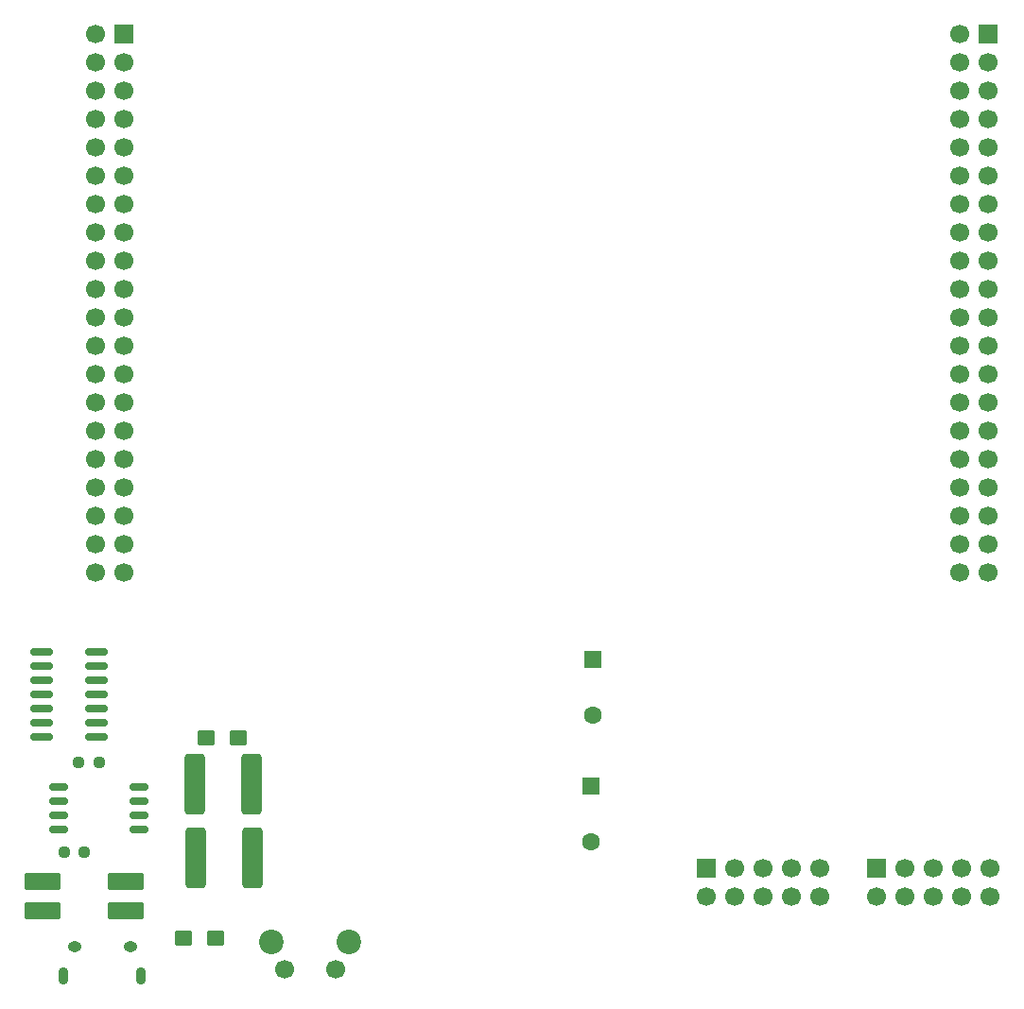
<source format=gbr>
%TF.GenerationSoftware,KiCad,Pcbnew,9.0.6-9.0.6~ubuntu25.04.1*%
%TF.CreationDate,2025-11-16T21:22:32+01:00*%
%TF.ProjectId,CPU,4350552e-6b69-4636-9164-5f7063625858,V0.2*%
%TF.SameCoordinates,Original*%
%TF.FileFunction,Soldermask,Bot*%
%TF.FilePolarity,Negative*%
%FSLAX46Y46*%
G04 Gerber Fmt 4.6, Leading zero omitted, Abs format (unit mm)*
G04 Created by KiCad (PCBNEW 9.0.6-9.0.6~ubuntu25.04.1) date 2025-11-16 21:22:32*
%MOMM*%
%LPD*%
G01*
G04 APERTURE LIST*
G04 Aperture macros list*
%AMRoundRect*
0 Rectangle with rounded corners*
0 $1 Rounding radius*
0 $2 $3 $4 $5 $6 $7 $8 $9 X,Y pos of 4 corners*
0 Add a 4 corners polygon primitive as box body*
4,1,4,$2,$3,$4,$5,$6,$7,$8,$9,$2,$3,0*
0 Add four circle primitives for the rounded corners*
1,1,$1+$1,$2,$3*
1,1,$1+$1,$4,$5*
1,1,$1+$1,$6,$7*
1,1,$1+$1,$8,$9*
0 Add four rect primitives between the rounded corners*
20,1,$1+$1,$2,$3,$4,$5,0*
20,1,$1+$1,$4,$5,$6,$7,0*
20,1,$1+$1,$6,$7,$8,$9,0*
20,1,$1+$1,$8,$9,$2,$3,0*%
G04 Aperture macros list end*
%ADD10R,1.600000X1.600000*%
%ADD11C,1.600000*%
%ADD12R,1.700000X1.700000*%
%ADD13C,1.700000*%
%ADD14O,0.890000X1.550000*%
%ADD15O,1.250000X0.950000*%
%ADD16C,2.200000*%
%ADD17RoundRect,0.237500X0.250000X0.237500X-0.250000X0.237500X-0.250000X-0.237500X0.250000X-0.237500X0*%
%ADD18RoundRect,0.162500X-0.650000X-0.162500X0.650000X-0.162500X0.650000X0.162500X-0.650000X0.162500X0*%
%ADD19RoundRect,0.250001X-1.399999X-0.519999X1.399999X-0.519999X1.399999X0.519999X-1.399999X0.519999X0*%
%ADD20RoundRect,0.150000X0.825000X0.150000X-0.825000X0.150000X-0.825000X-0.150000X0.825000X-0.150000X0*%
%ADD21RoundRect,0.250000X0.650000X2.450000X-0.650000X2.450000X-0.650000X-2.450000X0.650000X-2.450000X0*%
%ADD22RoundRect,0.250000X-0.545000X-0.445000X0.545000X-0.445000X0.545000X0.445000X-0.545000X0.445000X0*%
G04 APERTURE END LIST*
D10*
%TO.C,C201*%
X139950000Y-125741067D03*
D11*
X139950000Y-130741067D03*
%TD*%
D12*
%TO.C,J602*%
X150154000Y-144445000D03*
D13*
X150154000Y-146985000D03*
X152694000Y-144445000D03*
X152694000Y-146985000D03*
X155234000Y-144445000D03*
X155234000Y-146985000D03*
X157774000Y-144445000D03*
X157774000Y-146985000D03*
X160314000Y-144445000D03*
X160314000Y-146985000D03*
%TD*%
D14*
%TO.C,J101*%
X92552000Y-154109400D03*
D15*
X93552000Y-151409400D03*
X98552000Y-151409400D03*
D14*
X99552000Y-154109400D03*
%TD*%
D16*
%TO.C,SW102*%
X118174000Y-150990000D03*
X111174000Y-150990000D03*
D13*
X116924000Y-153490000D03*
X112424000Y-153490000D03*
%TD*%
D10*
%TO.C,C202*%
X139850000Y-137050000D03*
D11*
X139850000Y-142050000D03*
%TD*%
D12*
%TO.C,J501*%
X97984000Y-69620000D03*
D13*
X95444000Y-69620000D03*
X97984000Y-72160000D03*
X95444000Y-72160000D03*
X97984000Y-74700000D03*
X95444000Y-74700000D03*
X97984000Y-77240000D03*
X95444000Y-77240000D03*
X97984000Y-79780000D03*
X95444000Y-79780000D03*
X97984000Y-82320000D03*
X95444000Y-82320000D03*
X97984000Y-84860000D03*
X95444000Y-84860000D03*
X97984000Y-87400000D03*
X95444000Y-87400000D03*
X97984000Y-89940000D03*
X95444000Y-89940000D03*
X97984000Y-92480000D03*
X95444000Y-92480000D03*
X97984000Y-95020000D03*
X95444000Y-95020000D03*
X97984000Y-97560000D03*
X95444000Y-97560000D03*
X97984000Y-100100000D03*
X95444000Y-100100000D03*
X97984000Y-102640000D03*
X95444000Y-102640000D03*
X97984000Y-105180000D03*
X95444000Y-105180000D03*
X97984000Y-107720000D03*
X95444000Y-107720000D03*
X97984000Y-110260000D03*
X95444000Y-110260000D03*
X97984000Y-112800000D03*
X95444000Y-112800000D03*
X97984000Y-115340000D03*
X95444000Y-115340000D03*
X97984000Y-117880000D03*
X95444000Y-117880000D03*
%TD*%
D12*
%TO.C,J601*%
X165394000Y-144445000D03*
D13*
X165394000Y-146985000D03*
X167934000Y-144445000D03*
X167934000Y-146985000D03*
X170474000Y-144445000D03*
X170474000Y-146985000D03*
X173014000Y-144445000D03*
X173014000Y-146985000D03*
X175554000Y-144445000D03*
X175554000Y-146985000D03*
%TD*%
D12*
%TO.C,J502*%
X175344000Y-69620000D03*
D13*
X172804000Y-69620000D03*
X175344000Y-72160000D03*
X172804000Y-72160000D03*
X175344000Y-74700000D03*
X172804000Y-74700000D03*
X175344000Y-77240000D03*
X172804000Y-77240000D03*
X175344000Y-79780000D03*
X172804000Y-79780000D03*
X175344000Y-82320000D03*
X172804000Y-82320000D03*
X175344000Y-84860000D03*
X172804000Y-84860000D03*
X175344000Y-87400000D03*
X172804000Y-87400000D03*
X175344000Y-89940000D03*
X172804000Y-89940000D03*
X175344000Y-92480000D03*
X172804000Y-92480000D03*
X175344000Y-95020000D03*
X172804000Y-95020000D03*
X175344000Y-97560000D03*
X172804000Y-97560000D03*
X175344000Y-100100000D03*
X172804000Y-100100000D03*
X175344000Y-102640000D03*
X172804000Y-102640000D03*
X175344000Y-105180000D03*
X172804000Y-105180000D03*
X175344000Y-107720000D03*
X172804000Y-107720000D03*
X175344000Y-110260000D03*
X172804000Y-110260000D03*
X175344000Y-112800000D03*
X172804000Y-112800000D03*
X175344000Y-115340000D03*
X172804000Y-115340000D03*
X175344000Y-117880000D03*
X172804000Y-117880000D03*
%TD*%
D17*
%TO.C,R404*%
X95754200Y-134899400D03*
X93929200Y-134899400D03*
%TD*%
D18*
%TO.C,U404*%
X92139000Y-140919200D03*
X92139000Y-139649200D03*
X92139000Y-138379200D03*
X92139000Y-137109200D03*
X99314000Y-137109200D03*
X99314000Y-138379200D03*
X99314000Y-139649200D03*
X99314000Y-140919200D03*
%TD*%
D19*
%TO.C,Y401*%
X90737200Y-145593600D03*
X98137200Y-145593600D03*
X98137200Y-148233600D03*
X90737200Y-148233600D03*
%TD*%
D20*
%TO.C,U405*%
X95567250Y-124996300D03*
X95567250Y-126266300D03*
X95567250Y-127536300D03*
X95567250Y-128806300D03*
X95567250Y-130076300D03*
X95567250Y-131346300D03*
X95567250Y-132616300D03*
X90617250Y-132616300D03*
X90617250Y-131346300D03*
X90617250Y-130076300D03*
X90617250Y-128806300D03*
X90617250Y-127536300D03*
X90617250Y-126266300D03*
X90617250Y-124996300D03*
%TD*%
D21*
%TO.C,L401*%
X109458600Y-136880600D03*
X104358600Y-136880600D03*
%TD*%
%TO.C,L402*%
X109509400Y-143484600D03*
X104409400Y-143484600D03*
%TD*%
D17*
%TO.C,R402*%
X94462600Y-142976600D03*
X92637600Y-142976600D03*
%TD*%
D22*
%TO.C,C408*%
X105400200Y-132765800D03*
X108280200Y-132765800D03*
%TD*%
%TO.C,C409*%
X103352600Y-150723600D03*
X106232600Y-150723600D03*
%TD*%
M02*

</source>
